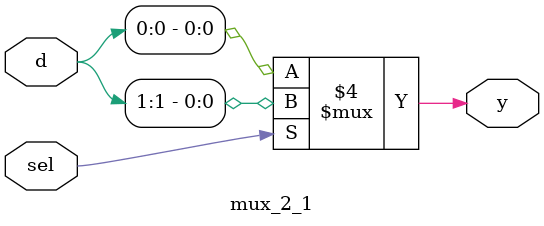
<source format=v>

module mux_2_1 (
    input  wire [1:0] d,   // d[1:0] : vetor de entradas de dados (duas linhas)
    input  wire       sel, // sel    : sinal de seleção (0 escolhe d[0], 1 escolhe d[1])
    output reg        y    // y      : saída única do multiplexador
);
    // Bloco always sensível a qualquer variação das entradas (modelo combinacional)
    always @* begin
        // Estrutura if-else para escolher qual bit do vetor d irá para a saída y
        if (sel == 1'b0) begin
            // Quando sel = 0, a saída recebe o bit menos significativo d[0]
            y = d[0];
        end else begin
            // Quando sel = 1, a saída recebe o bit mais significativo d[1]
            y = d[1];
        end
    end
endmodule

</source>
